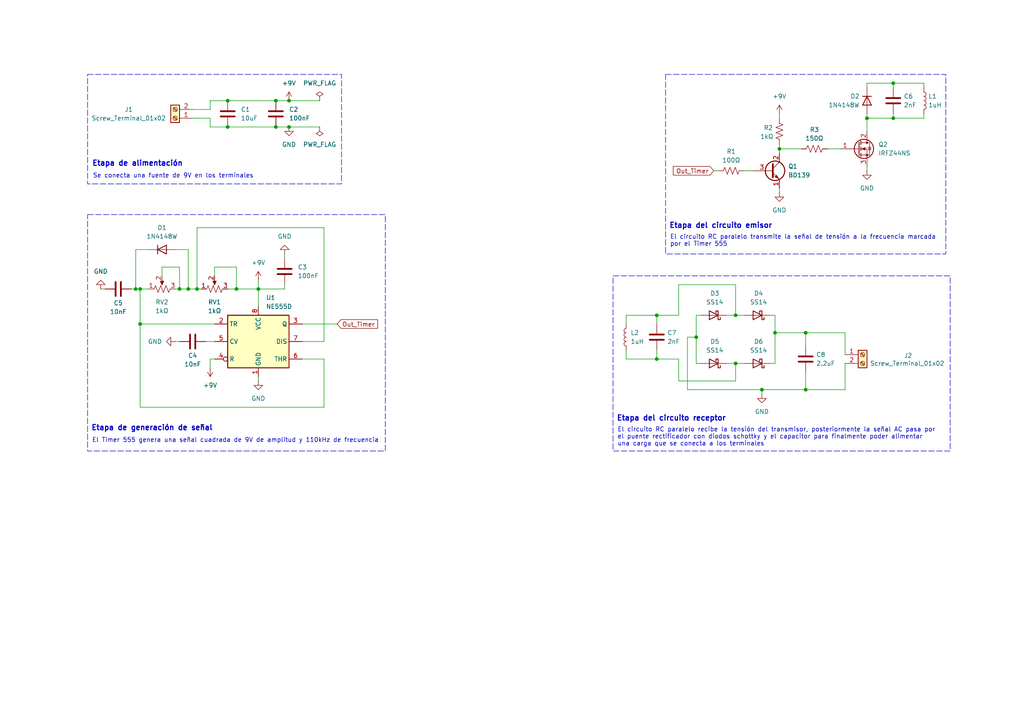
<source format=kicad_sch>
(kicad_sch (version 20231120) (generator "eeschema") (generator_version "8.0")
  (paper "A4")
  (title_block (title "Transmisor Inalámbrico de Energía") (date "2025-11-05") (rev "1.0") (company "Anthony Calvo García y Rodrigo Madrigal Montes") (comment 1 "Diseñado por:"))
  (lib_symbols
    (symbol "Connector:Screw_Terminal_01x02" (pin_names (offset 1.016) hide)
      (property "Reference" "J" (at 0 2.54 0))
      (property "Value" "Screw_Terminal_01x02" (at 0 -5.08 0))
      (symbol "Screw_Terminal_01x02_1_1"
        (rectangle (start -1.27 1.27) (end 1.27 -3.81) (stroke (width 0.254)) (fill (type background)))
        (circle (center 0 -2.54) (radius 0.635) (stroke (width 0.1524)))
        (polyline (pts (xy -0.5334 -2.2098) (xy 0.3302 -3.048)) (stroke (width 0.1524)))
        (polyline (pts (xy -0.5334 0.3302) (xy 0.3302 -0.508)) (stroke (width 0.1524)))
        (polyline (pts (xy -0.3556 -2.032) (xy 0.508 -2.8702)) (stroke (width 0.1524)))
        (polyline (pts (xy -0.3556 0.508) (xy 0.508 -0.3302)) (stroke (width 0.1524)))
        (circle (center 0 0) (radius 0.635) (stroke (width 0.1524)))
        (pin passive line (at -5.08 0 0) (length 3.81) (name "Pin_1") (number "1"))
        (pin passive line (at -5.08 -2.54 0) (length 3.81) (name "Pin_2") (number "2"))
      )
    )
    (symbol "Device:C" (pin_numbers hide) (pin_names (offset 0.254))
      (property "Reference" "C" (at 0.635 2.54 0))
      (property "Value" "C" (at 0.635 -2.54 0))
      (symbol "C_0_1"
        (polyline (pts (xy -2.032 -0.762) (xy 2.032 -0.762)) (stroke (width 0.508)))
        (polyline (pts (xy -2.032 0.762) (xy 2.032 0.762)) (stroke (width 0.508)))
      )
      (symbol "C_1_1"
        (pin passive line (at 0 3.81 270) (length 2.794) (name "~") (number "1"))
        (pin passive line (at 0 -3.81 90) (length 2.794) (name "~") (number "2"))
      )
    )
    (symbol "Device:L" (pin_numbers hide) (pin_names (offset 1.016) hide)
      (property "Reference" "L" (at -1.27 0 90))
      (property "Value" "L" (at 1.905 0 90))
      (symbol "L_0_1"
        (arc (start 0 -2.54) (mid 0.6323 -1.905) (end 0 -1.27))
        (arc (start 0 -1.27) (mid 0.6323 -0.635) (end 0 0))
        (arc (start 0 0) (mid 0.6323 0.635) (end 0 1.27))
        (arc (start 0 1.27) (mid 0.6323 1.905) (end 0 2.54))
      )
      (symbol "L_1_1"
        (pin passive line (at 0 3.81 270) (length 1.27) (name "1") (number "1"))
        (pin passive line (at 0 -3.81 90) (length 1.27) (name "2") (number "2"))
      )
    )
    (symbol "Device:Q_NMOS_GDS" (pin_names (offset 0) hide)
      (property "Reference" "Q" (at 5.08 1.27 0))
      (property "Value" "Q_NMOS_GDS" (at 5.08 -1.27 0))
      (symbol "Q_NMOS_GDS_0_1"
        (polyline (pts (xy 0.254 0) (xy -2.54 0)))
        (polyline (pts (xy 0.254 1.905) (xy 0.254 -1.905)) (stroke (width 0.254)))
        (polyline (pts (xy 0.762 -1.27) (xy 0.762 -2.286)) (stroke (width 0.254)))
        (polyline (pts (xy 0.762 0.508) (xy 0.762 -0.508)) (stroke (width 0.254)))
        (polyline (pts (xy 0.762 2.286) (xy 0.762 1.27)) (stroke (width 0.254)))
        (polyline (pts (xy 2.54 2.54) (xy 2.54 1.778)))
        (polyline (pts (xy 2.54 -2.54) (xy 2.54 0) (xy 0.762 0)))
        (polyline (pts (xy 0.762 -1.778) (xy 3.302 -1.778) (xy 3.302 1.778) (xy 0.762 1.778)))
        (polyline (pts (xy 1.016 0) (xy 2.032 0.381) (xy 2.032 -0.381) (xy 1.016 0)) (fill (type outline)))
        (polyline (pts (xy 2.794 0.508) (xy 2.921 0.381) (xy 3.683 0.381) (xy 3.81 0.254)))
        (polyline (pts (xy 3.302 0.381) (xy 2.921 -0.254) (xy 3.683 -0.254) (xy 3.302 0.381)))
        (circle (center 1.651 0) (radius 2.794) (stroke (width 0.254)))
        (circle (center 2.54 -1.778) (radius 0.254) (fill (type outline)))
        (circle (center 2.54 1.778) (radius 0.254) (fill (type outline)))
      )
      (symbol "Q_NMOS_GDS_1_1"
        (pin input line (at -5.08 0 0) (length 2.54) (name "G") (number "1"))
        (pin passive line (at 2.54 5.08 270) (length 2.54) (name "D") (number "2"))
        (pin passive line (at 2.54 -5.08 90) (length 2.54) (name "S") (number "3"))
      )
    )
    (symbol "Device:R_Potentiometer_US" (pin_names (offset 1.016) hide)
      (property "Reference" "RV" (at -4.445 0 90))
      (property "Value" "R_Potentiometer_US" (at -2.54 0 90))
      (symbol "R_Potentiometer_US_0_1"
        (polyline (pts (xy 0 -2.286) (xy 0 -2.54)))
        (polyline (pts (xy 0 2.54) (xy 0 2.286)))
        (polyline (pts (xy 2.54 0) (xy 1.524 0)))
        (polyline (pts (xy 1.143 0) (xy 2.286 0.508) (xy 2.286 -0.508) (xy 1.143 0)) (fill (type outline)))
        (polyline (pts (xy 0 -0.762) (xy 1.016 -1.143) (xy 0 -1.524) (xy -1.016 -1.905) (xy 0 -2.286)))
        (polyline (pts (xy 0 0.762) (xy 1.016 0.381) (xy 0 0) (xy -1.016 -0.381) (xy 0 -0.762)))
        (polyline (pts (xy 0 2.286) (xy 1.016 1.905) (xy 0 1.524) (xy -1.016 1.143) (xy 0 0.762)))
      )
      (symbol "R_Potentiometer_US_1_1"
        (pin passive line (at 0 3.81 270) (length 1.27) (name "1") (number "1"))
        (pin passive line (at 3.81 0 180) (length 1.27) (name "2") (number "2"))
        (pin passive line (at 0 -3.81 90) (length 1.27) (name "3") (number "3"))
      )
    )
    (symbol "Device:R_US" (pin_numbers hide) (pin_names (offset 0))
      (property "Reference" "R" (at 2.54 0 90))
      (property "Value" "R_US" (at -2.54 0 90))
      (symbol "R_US_0_1"
        (polyline (pts (xy 0 -2.286) (xy 0 -2.54)))
        (polyline (pts (xy 0 2.286) (xy 0 2.54)))
        (polyline (pts (xy 0 -0.762) (xy 1.016 -1.143) (xy 0 -1.524) (xy -1.016 -1.905) (xy 0 -2.286)))
        (polyline (pts (xy 0 0.762) (xy 1.016 0.381) (xy 0 0) (xy -1.016 -0.381) (xy 0 -0.762)))
        (polyline (pts (xy 0 2.286) (xy 1.016 1.905) (xy 0 1.524) (xy -1.016 1.143) (xy 0 0.762)))
      )
      (symbol "R_US_1_1"
        (pin passive line (at 0 3.81 270) (length 1.27) (name "~") (number "1"))
        (pin passive line (at 0 -3.81 90) (length 1.27) (name "~") (number "2"))
      )
    )
    (symbol "Diode:1N4148W" (pin_numbers hide) (pin_names hide)
      (property "Reference" "D" (at 0 2.54 0))
      (property "Value" "1N4148W" (at 0 -2.54 0))
      (symbol "1N4148W_0_1"
        (polyline (pts (xy -1.27 1.27) (xy -1.27 -1.27)) (stroke (width 0.254)))
        (polyline (pts (xy 1.27 0) (xy -1.27 0)))
        (polyline (pts (xy 1.27 1.27) (xy 1.27 -1.27) (xy -1.27 0) (xy 1.27 1.27)) (stroke (width 0.254)))
      )
      (symbol "1N4148W_1_1"
        (pin passive line (at -3.81 0 0) (length 2.54) (name "K") (number "1"))
        (pin passive line (at 3.81 0 180) (length 2.54) (name "A") (number "2"))
      )
    )
    (symbol "Diode:SS14" (pin_numbers hide) (pin_names (offset 1.016) hide)
      (property "Reference" "D" (at 0 2.54 0))
      (property "Value" "SS14" (at 0 -2.54 0))
      (symbol "SS14_0_1"
        (polyline (pts (xy 1.27 0) (xy -1.27 0)))
        (polyline (pts (xy 1.27 1.27) (xy 1.27 -1.27) (xy -1.27 0) (xy 1.27 1.27)) (stroke (width 0.254)))
        (polyline (pts (xy -1.905 0.635) (xy -1.905 1.27) (xy -1.27 1.27) (xy -1.27 -1.27) (xy -0.635 -1.27) (xy -0.635 -0.635)) (stroke (width 0.254)))
      )
      (symbol "SS14_1_1"
        (pin passive line (at -3.81 0 0) (length 2.54) (name "K") (number "1"))
        (pin passive line (at 3.81 0 180) (length 2.54) (name "A") (number "2"))
      )
    )
    (symbol "Timer:NE555D"
      (property "Reference" "U" (at -10.16 8.89 0))
      (property "Value" "NE555D" (at 2.54 8.89 0))
      (symbol "NE555D_0_0"
        (pin power_in line (at 0 -10.16 90) (length 2.54) (name "GND") (number "1"))
        (pin power_in line (at 0 10.16 270) (length 2.54) (name "VCC") (number "8"))
      )
      (symbol "NE555D_0_1"
        (rectangle (start -8.89 -7.62) (end 8.89 7.62) (stroke (width 0.254)) (fill (type background)))
        (rectangle (start -8.89 -7.62) (end 8.89 7.62) (stroke (width 0.254)) (fill (type background)))
      )
      (symbol "NE555D_1_1"
        (pin input line (at -12.7 5.08 0) (length 3.81) (name "TR") (number "2"))
        (pin output line (at 12.7 5.08 180) (length 3.81) (name "Q") (number "3"))
        (pin input inverted (at -12.7 -5.08 0) (length 3.81) (name "R") (number "4"))
        (pin input line (at -12.7 0 0) (length 3.81) (name "CV") (number "5"))
        (pin input line (at 12.7 -5.08 180) (length 3.81) (name "THR") (number "6"))
        (pin input line (at 12.7 0 180) (length 3.81) (name "DIS") (number "7"))
      )
    )
    (symbol "Transistor_BJT:BD139" (pin_names (offset 0) hide)
      (property "Reference" "Q" (at 5.08 1.905 0))
      (property "Value" "BD139" (at 5.08 0 0))
      (symbol "BD139_0_1"
        (polyline (pts (xy 0 0) (xy 0.635 0)))
        (polyline (pts (xy 2.54 -2.54) (xy 0.635 -0.635)))
        (polyline (pts (xy 2.54 2.54) (xy 0.635 0.635)))
        (polyline (pts (xy 0.635 1.905) (xy 0.635 -1.905) (xy 0.635 -1.905)) (stroke (width 0.508)) (fill (type outline)))
        (polyline (pts (xy 1.2446 -1.778) (xy 1.7526 -1.27) (xy 2.286 -2.286) (xy 1.2446 -1.778) (xy 1.2446 -1.778)) (fill (type outline)))
        (circle (center 1.27 0) (radius 2.8194) (stroke (width 0.3048)))
      )
      (symbol "BD139_1_1"
        (pin passive line (at 2.54 -5.08 90) (length 2.54) (name "E") (number "1"))
        (pin passive line (at 2.54 5.08 270) (length 2.54) (name "C") (number "2"))
        (pin input line (at -5.08 0 0) (length 5.08) (name "B") (number "3"))
      )
    )
    (symbol "power:+9V" (power) (pin_numbers hide) (pin_names (offset 0) hide)
      (property "Value" "+9V" (at 0 3.556 0))
      (symbol "+9V_0_1"
        (polyline (pts (xy -0.762 1.27) (xy 0 2.54)))
        (polyline (pts (xy 0 0) (xy 0 2.54)))
        (polyline (pts (xy 0 2.54) (xy 0.762 1.27)))
      )
      (symbol "+9V_1_1"
        (pin power_in line (at 0 0 90) (length 0) (name "~") (number "1"))
      )
    )
    (symbol "power:GND" (power) (pin_numbers hide) (pin_names (offset 0) hide)
      (property "Value" "GND" (at 0 -3.81 0))
      (symbol "GND_0_1"
        (polyline (pts (xy 0 0) (xy 0 -1.27) (xy 1.27 -1.27) (xy 0 -2.54) (xy -1.27 -1.27) (xy 0 -1.27)))
      )
      (symbol "GND_1_1"
        (pin power_in line (at 0 0 270) (length 0) (name "~") (number "1"))
      )
    )
    (symbol "power:PWR_FLAG" (power) (pin_numbers hide) (pin_names (offset 0) hide)
      (property "Value" "PWR_FLAG" (at 0 3.81 0))
      (symbol "PWR_FLAG_0_0"
        (pin power_out line (at 0 0 90) (length 0) (name "~") (number "1"))
      )
      (symbol "PWR_FLAG_0_1"
        (polyline (pts (xy 0 0) (xy 0 1.27) (xy -1.016 1.905) (xy 0 2.54) (xy 1.016 1.905) (xy 0 1.27)))
      )
    )
  )
  (junction (at 68.58 83.82))
  (junction (at 251.46 34.29))
  (junction (at 213.36 105.41))
  (junction (at 39.37 83.82))
  (junction (at 57.15 83.82))
  (junction (at 213.36 91.44))
  (junction (at 201.93 97.79))
  (junction (at 259.08 34.29))
  (junction (at 226.06 43.18))
  (junction (at 66.04 36.83))
  (junction (at 54.61 83.82))
  (junction (at 83.82 29.21))
  (junction (at 233.68 113.03))
  (junction (at 224.79 96.52))
  (junction (at 40.64 83.82))
  (junction (at 220.98 113.03))
  (junction (at 190.5 104.14))
  (junction (at 52.07 83.82))
  (junction (at 259.08 24.13))
  (junction (at 80.01 29.21))
  (junction (at 80.01 36.83))
  (junction (at 83.82 36.83))
  (junction (at 233.68 96.52))
  (junction (at 66.04 29.21))
  (junction (at 74.93 83.82))
  (junction (at 40.64 93.98))
  (junction (at 190.5 91.44))
  (wire (pts (xy 50.8 83.82) (xy 52.07 83.82)))
  (wire (pts (xy 66.04 29.21) (xy 80.01 29.21)))
  (wire (pts (xy 40.64 83.82) (xy 40.64 93.98)))
  (wire (pts (xy 224.79 96.52) (xy 224.79 105.41)))
  (wire (pts (xy 52.07 77.47) (xy 52.07 83.82)))
  (wire (pts (xy 181.61 93.98) (xy 181.61 91.44)))
  (wire (pts (xy 66.04 83.82) (xy 68.58 83.82)))
  (wire (pts (xy 38.1 83.82) (xy 39.37 83.82)))
  (wire (pts (xy 74.93 83.82) (xy 82.55 83.82)))
  (wire (pts (xy 233.68 100.33) (xy 233.68 96.52)))
  (wire (pts (xy 46.99 77.47) (xy 52.07 77.47)))
  (wire (pts (xy 196.85 91.44) (xy 196.85 82.55)))
  (wire (pts (xy 259.08 33.02) (xy 259.08 34.29)))
  (wire (pts (xy 46.99 80.01) (xy 46.99 77.47)))
  (wire (pts (xy 83.82 29.21) (xy 92.71 29.21)))
  (wire (pts (xy 190.5 101.6) (xy 190.5 104.14)))
  (wire (pts (xy 199.39 113.03) (xy 199.39 97.79)))
  (wire (pts (xy 57.15 66.04) (xy 57.15 83.82)))
  (wire (pts (xy 226.06 54.61) (xy 226.06 55.88)))
  (wire (pts (xy 40.64 118.11) (xy 40.64 93.98)))
  (wire (pts (xy 68.58 77.47) (xy 68.58 83.82)))
  (wire (pts (xy 226.06 41.91) (xy 226.06 43.18)))
  (wire (pts (xy 199.39 97.79) (xy 201.93 97.79)))
  (wire (pts (xy 223.52 91.44) (xy 224.79 91.44)))
  (wire (pts (xy 267.97 33.02) (xy 267.97 34.29)))
  (wire (pts (xy 233.68 107.95) (xy 233.68 113.03)))
  (wire (pts (xy 62.23 80.01) (xy 62.23 77.47)))
  (wire (pts (xy 210.82 105.41) (xy 213.36 105.41)))
  (wire (pts (xy 60.96 29.21) (xy 66.04 29.21)))
  (wire (pts (xy 87.63 93.98) (xy 97.79 93.98)))
  (wire (pts (xy 233.68 113.03) (xy 245.11 113.03)))
  (wire (pts (xy 220.98 113.03) (xy 220.98 114.3)))
  (wire (pts (xy 196.85 104.14) (xy 196.85 110.49)))
  (wire (pts (xy 60.96 104.14) (xy 62.23 104.14)))
  (wire (pts (xy 224.79 96.52) (xy 233.68 96.52)))
  (wire (pts (xy 213.36 105.41) (xy 215.9 105.41)))
  (wire (pts (xy 267.97 24.13) (xy 267.97 25.4)))
  (wire (pts (xy 213.36 110.49) (xy 213.36 105.41)))
  (wire (pts (xy 60.96 34.29) (xy 60.96 36.83)))
  (wire (pts (xy 181.61 101.6) (xy 181.61 104.14)))
  (wire (pts (xy 93.98 99.06) (xy 93.98 66.04)))
  (wire (pts (xy 240.03 43.18) (xy 243.84 43.18)))
  (wire (pts (xy 54.61 72.39) (xy 54.61 83.82)))
  (wire (pts (xy 62.23 77.47) (xy 68.58 77.47)))
  (wire (pts (xy 50.8 72.39) (xy 54.61 72.39)))
  (wire (pts (xy 210.82 91.44) (xy 213.36 91.44)))
  (wire (pts (xy 201.93 97.79) (xy 201.93 105.41)))
  (wire (pts (xy 251.46 24.13) (xy 259.08 24.13)))
  (wire (pts (xy 251.46 48.26) (xy 251.46 49.53)))
  (wire (pts (xy 226.06 43.18) (xy 226.06 44.45)))
  (wire (pts (xy 226.06 43.18) (xy 232.41 43.18)))
  (wire (pts (xy 60.96 36.83) (xy 66.04 36.83)))
  (wire (pts (xy 74.93 83.82) (xy 74.93 88.9)))
  (wire (pts (xy 245.11 102.87) (xy 245.11 96.52)))
  (wire (pts (xy 190.5 104.14) (xy 181.61 104.14)))
  (wire (pts (xy 93.98 118.11) (xy 40.64 118.11)))
  (wire (pts (xy 40.64 83.82) (xy 43.18 83.82)))
  (wire (pts (xy 201.93 91.44) (xy 201.93 97.79)))
  (wire (pts (xy 201.93 105.41) (xy 203.2 105.41)))
  (wire (pts (xy 74.93 81.28) (xy 74.93 83.82)))
  (wire (pts (xy 68.58 83.82) (xy 74.93 83.82)))
  (wire (pts (xy 203.2 91.44) (xy 201.93 91.44)))
  (wire (pts (xy 82.55 73.66) (xy 82.55 74.93)))
  (wire (pts (xy 259.08 34.29) (xy 267.97 34.29)))
  (wire (pts (xy 29.21 83.82) (xy 30.48 83.82)))
  (wire (pts (xy 87.63 99.06) (xy 93.98 99.06)))
  (wire (pts (xy 39.37 83.82) (xy 40.64 83.82)))
  (wire (pts (xy 181.61 91.44) (xy 190.5 91.44)))
  (wire (pts (xy 207.01 49.53) (xy 208.28 49.53)))
  (wire (pts (xy 87.63 104.14) (xy 93.98 104.14)))
  (wire (pts (xy 251.46 33.02) (xy 251.46 34.29)))
  (wire (pts (xy 215.9 49.53) (xy 218.44 49.53)))
  (wire (pts (xy 196.85 82.55) (xy 213.36 82.55)))
  (wire (pts (xy 251.46 34.29) (xy 259.08 34.29)))
  (wire (pts (xy 190.5 91.44) (xy 196.85 91.44)))
  (wire (pts (xy 226.06 33.02) (xy 226.06 34.29)))
  (wire (pts (xy 66.04 36.83) (xy 80.01 36.83)))
  (wire (pts (xy 223.52 105.41) (xy 224.79 105.41)))
  (wire (pts (xy 233.68 96.52) (xy 245.11 96.52)))
  (wire (pts (xy 199.39 113.03) (xy 220.98 113.03)))
  (wire (pts (xy 190.5 91.44) (xy 190.5 93.98)))
  (wire (pts (xy 57.15 83.82) (xy 58.42 83.82)))
  (wire (pts (xy 213.36 91.44) (xy 215.9 91.44)))
  (wire (pts (xy 251.46 34.29) (xy 251.46 38.1)))
  (wire (pts (xy 82.55 82.55) (xy 82.55 83.82)))
  (wire (pts (xy 80.01 36.83) (xy 83.82 36.83)))
  (wire (pts (xy 93.98 104.14) (xy 93.98 118.11)))
  (wire (pts (xy 43.18 72.39) (xy 39.37 72.39)))
  (wire (pts (xy 55.88 34.29) (xy 60.96 34.29)))
  (wire (pts (xy 259.08 24.13) (xy 259.08 25.4)))
  (wire (pts (xy 60.96 31.75) (xy 60.96 29.21)))
  (wire (pts (xy 213.36 82.55) (xy 213.36 91.44)))
  (wire (pts (xy 50.8 99.06) (xy 52.07 99.06)))
  (wire (pts (xy 93.98 66.04) (xy 57.15 66.04)))
  (wire (pts (xy 233.68 113.03) (xy 220.98 113.03)))
  (wire (pts (xy 83.82 36.83) (xy 92.71 36.83)))
  (wire (pts (xy 80.01 29.21) (xy 83.82 29.21)))
  (wire (pts (xy 39.37 72.39) (xy 39.37 83.82)))
  (wire (pts (xy 54.61 83.82) (xy 57.15 83.82)))
  (wire (pts (xy 55.88 31.75) (xy 60.96 31.75)))
  (wire (pts (xy 190.5 104.14) (xy 196.85 104.14)))
  (wire (pts (xy 59.69 99.06) (xy 62.23 99.06)))
  (wire (pts (xy 251.46 25.4) (xy 251.46 24.13)))
  (wire (pts (xy 245.11 105.41) (xy 245.11 113.03)))
  (wire (pts (xy 224.79 91.44) (xy 224.79 96.52)))
  (wire (pts (xy 259.08 24.13) (xy 267.97 24.13)))
  (wire (pts (xy 74.93 109.22) (xy 74.93 110.49)))
  (wire (pts (xy 60.96 106.68) (xy 60.96 104.14)))
  (wire (pts (xy 52.07 83.82) (xy 54.61 83.82)))
  (wire (pts (xy 196.85 110.49) (xy 213.36 110.49)))
  (wire (pts (xy 40.64 93.98) (xy 62.23 93.98)))
  (rectangle (start 25.4 62.23) (end 111.76 130.81) (stroke (width 0) (type dash)))
  (rectangle (start 25.4 21.59) (end 99.06 53.34) (stroke (width 0) (type dash)))
  (rectangle (start 193.04 21.59) (end 274.32 73.66) (stroke (width 0) (type dash)))
  (rectangle (start 177.8 80.01) (end 275.59 130.81) (stroke (width 0) (type dash)))
  (text "El Timer 555 genera una señal cuadrada de 9V de amplitud y 110kHz de frecuencia" (at 26.67 127.762 0) (effects (font (size 1.27 1.27) (thickness 0.1588)) (justify left)))
  (text "Etapa de generación de señal" (at 26.416 124.206 0) (effects (font (size 1.524 1.524) (thickness 0.3048) (bold yes)) (justify left)))
  (text "Etapa del circuito emisor" (at 194.056 65.532 0) (effects (font (size 1.524 1.524) (thickness 0.3048) (bold yes)) (justify left)))
  (text "Etapa de alimentación" (at 26.67 47.498 0) (effects (font (size 1.524 1.524) (thickness 0.3048) (bold yes)) (justify left)))
  (text "El circuito RC paralelo recibe la tensión del transmisor, posteriormente la señal AC pasa por\nel puente rectificador con diodos schottky y el capacitor para finalmente poder alimentar \nuna carga que se conecta a los terminales" (at 179.07 126.746 0) (effects (font (size 1.27 1.27) (thickness 0.1588)) (justify left)))
  (text "El circuito RC paralelo transmite la señal de tensión a la frecuencia marcada\npor el Timer 555" (at 194.31 69.85 0) (effects (font (size 1.27 1.27) (thickness 0.1588)) (justify left)))
  (text "Se conecta una fuente de 9V en los terminales" (at 26.924 51.054 0) (effects (font (size 1.27 1.27) (thickness 0.1588)) (justify left)))
  (text "Etapa del circuito receptor" (at 178.816 121.412 0) (effects (font (size 1.524 1.524) (thickness 0.3048) (bold yes)) (justify left)))
  (global_label "Out_Timer" (shape input) (at 207.01 49.53 180) (property "Intersheetrefs" "${INTERSHEET_REFS}" (effects (hide yes))))
  (global_label "Out_Timer" (shape input) (at 97.79 93.98 0) (property "Intersheetrefs" "${INTERSHEET_REFS}" (effects (hide yes))))
  (symbol (lib_id "Device:R_Potentiometer_US") (at 62.23 83.82 90) (unit 1)
    (property "Reference" "RV1" (at 62.23 87.63 90))
    (property "Value" "1kΩ" (at 62.23 90.17 90))
    (property "Footprint" "Potentiometer_THT:Potentiometer_Bourns_3296W_Vertical" (effects (hide yes)))
    (property "Description" "Potentiometer, US symbol" (effects (hide yes)))
  )
  (symbol (lib_id "Device:L") (at 267.97 29.21 0) (unit 1)
    (property "Reference" "L1" (at 269.24 27.9399 0) (effects (justify left)))
    (property "Value" "1uH" (at 269.24 30.4799 0) (effects (justify left)))
    (property "Description" "Inductor" (effects (hide yes)))
  )
  (symbol (lib_id "power:GND") (at 50.8 99.06 270) (unit 1)
    (property "Reference" "#PWR06" (effects (hide yes)))
    (property "Value" "GND" (at 46.99 99.0599 90) (effects (justify right)))
    (property "Description" "Power symbol creates a global label with name \"GND\" , ground" (effects (hide yes)))
  )
  (symbol (lib_id "Device:Q_NMOS_GDS") (at 248.92 43.18 0) (unit 1)
    (property "Reference" "Q2" (at 254.762 41.91 0) (effects (justify left)))
    (property "Value" "IRFZ44NS" (at 254.762 44.45 0) (effects (justify left)))
    (property "Footprint" "Package_TO_SOT_SMD:TO-263-2" (effects (hide yes)))
    (property "Description" "N-MOSFET transistor, gate/drain/source" (effects (hide yes)))
  )
  (symbol (lib_id "Device:C") (at 66.04 33.02 0) (unit 1)
    (property "Reference" "C1" (at 69.85 31.7499 0) (effects (justify left)))
    (property "Value" "10uF" (at 69.85 34.2899 0) (effects (justify left)))
    (property "Footprint" "Capacitor_SMD:C_1206_3216Metric" (effects (hide yes)))
    (property "Description" "Unpolarized capacitor" (effects (hide yes)))
  )
  (symbol (lib_id "power:GND") (at 29.21 83.82 180) (unit 1)
    (property "Reference" "#PWR08" (effects (hide yes)))
    (property "Value" "GND" (at 29.21 78.74 0))
    (property "Description" "Power symbol creates a global label with name \"GND\" , ground" (effects (hide yes)))
  )
  (symbol (lib_id "Device:R_Potentiometer_US") (at 46.99 83.82 90) (unit 1)
    (property "Reference" "RV2" (at 46.99 87.63 90))
    (property "Value" "1kΩ" (at 46.99 90.17 90))
    (property "Footprint" "Potentiometer_THT:Potentiometer_Bourns_3296W_Vertical" (effects (hide yes)))
    (property "Description" "Potentiometer, US symbol" (effects (hide yes)))
  )
  (symbol (lib_id "power:GND") (at 220.98 114.3 0) (unit 1)
    (property "Reference" "#PWR012" (effects (hide yes)))
    (property "Value" "GND" (at 220.98 119.38 0))
    (property "Description" "Power symbol creates a global label with name \"GND\" , ground" (effects (hide yes)))
  )
  (symbol (lib_id "power:GND") (at 83.82 36.83 0) (unit 1)
    (property "Reference" "#PWR02" (effects (hide yes)))
    (property "Value" "GND" (at 83.82 41.91 0))
    (property "Description" "Power symbol creates a global label with name \"GND\" , ground" (effects (hide yes)))
  )
  (symbol (lib_id "Diode:1N4148W") (at 46.99 72.39 0) (unit 1)
    (property "Reference" "D1" (at 46.99 66.04 0))
    (property "Value" "1N4148W" (at 46.99 68.58 0))
    (property "Footprint" "Diode_SMD:D_SOD-123" (effects (hide yes)))
    (property "Datasheet" "https://www.vishay.com/docs/85748/1n4148w.pdf" (effects (hide yes)))
    (property "Description" "75V 0.15A Fast Switching Diode, SOD-123" (effects (hide yes)))
    (property "Sim.Device" "D" (effects (hide yes)))
    (property "Sim.Pins" "1=K 2=A" (effects (hide yes)))
  )
  (symbol (lib_id "power:+9V") (at 60.96 106.68 180) (unit 1)
    (property "Reference" "#PWR05" (effects (hide yes)))
    (property "Value" "+9V" (at 60.96 111.76 0))
    (property "Description" "Power symbol creates a global label with name \"+9V\"" (effects (hide yes)))
  )
  (symbol (lib_id "Device:C") (at 259.08 29.21 0) (unit 1)
    (property "Reference" "C6" (at 262.128 27.94 0) (effects (justify left)))
    (property "Value" "2nF" (at 262.128 30.48 0) (effects (justify left)))
    (property "Footprint" "Capacitor_SMD:C_1206_3216Metric" (effects (hide yes)))
    (property "Description" "Unpolarized capacitor" (effects (hide yes)))
  )
  (symbol (lib_id "power:GND") (at 74.93 110.49 0) (unit 1)
    (property "Reference" "#PWR07" (effects (hide yes)))
    (property "Value" "GND" (at 74.93 115.57 0))
    (property "Description" "Power symbol creates a global label with name \"GND\" , ground" (effects (hide yes)))
  )
  (symbol (lib_id "power:+9V") (at 226.06 33.02 0) (unit 1)
    (property "Reference" "#PWR010" (effects (hide yes)))
    (property "Value" "+9V" (at 226.06 27.94 0))
    (property "Description" "Power symbol creates a global label with name \"+9V\"" (effects (hide yes)))
  )
  (symbol (lib_id "power:+9V") (at 74.93 81.28 0) (unit 1)
    (property "Reference" "#PWR03" (effects (hide yes)))
    (property "Value" "+9V" (at 74.93 76.2 0))
    (property "Description" "Power symbol creates a global label with name \"+9V\"" (effects (hide yes)))
  )
  (symbol (lib_id "Diode:SS14") (at 219.71 91.44 180) (unit 1)
    (property "Reference" "D4" (at 220.0275 85.09 0))
    (property "Value" "SS14" (at 220.0275 87.63 0))
    (property "Footprint" "Diode_SMD:D_SMA" (effects (hide yes)))
    (property "Datasheet" "https://www.vishay.com/docs/88746/ss12.pdf" (effects (hide yes)))
    (property "Description" "40V 1A Schottky Diode, SMA" (effects (hide yes)))
  )
  (symbol (lib_id "power:GND") (at 82.55 73.66 180) (unit 1)
    (property "Reference" "#PWR04" (effects (hide yes)))
    (property "Value" "GND" (at 82.55 68.58 0))
    (property "Description" "Power symbol creates a global label with name \"GND\" , ground" (effects (hide yes)))
  )
  (symbol (lib_id "power:+9V") (at 83.82 29.21 0) (unit 1)
    (property "Reference" "#PWR01" (effects (hide yes)))
    (property "Value" "+9V" (at 83.82 24.13 0))
    (property "Description" "Power symbol creates a global label with name \"+9V\"" (effects (hide yes)))
  )
  (symbol (lib_id "Diode:1N4148W") (at 251.46 29.21 270) (unit 1)
    (property "Reference" "D2" (at 246.634 27.94 90) (effects (justify left)))
    (property "Value" "1N4148W" (at 240.284 30.48 90) (effects (justify left)))
    (property "Footprint" "Diode_SMD:D_SOD-123" (effects (hide yes)))
    (property "Datasheet" "https://www.vishay.com/docs/85748/1n4148w.pdf" (effects (hide yes)))
    (property "Description" "75V 0.15A Fast Switching Diode, SOD-123" (effects (hide yes)))
    (property "Sim.Device" "D" (effects (hide yes)))
    (property "Sim.Pins" "1=K 2=A" (effects (hide yes)))
  )
  (symbol (lib_id "Device:R_US") (at 212.09 49.53 90) (unit 1)
    (property "Reference" "R1" (at 212.09 43.942 90))
    (property "Value" "100Ω" (at 212.09 46.482 90))
    (property "Footprint" "Resistor_SMD:R_1206_3216Metric" (effects (hide yes)))
    (property "Description" "Resistor, US symbol" (effects (hide yes)))
  )
  (symbol (lib_id "Device:C") (at 190.5 97.79 0) (unit 1)
    (property "Reference" "C7" (at 193.548 96.52 0) (effects (justify left)))
    (property "Value" "2nF" (at 193.548 99.06 0) (effects (justify left)))
    (property "Footprint" "Capacitor_SMD:C_1206_3216Metric" (effects (hide yes)))
    (property "Description" "Unpolarized capacitor" (effects (hide yes)))
  )
  (symbol (lib_id "Diode:SS14") (at 207.01 91.44 180) (unit 1)
    (property "Reference" "D3" (at 207.3275 85.09 0))
    (property "Value" "SS14" (at 207.3275 87.63 0))
    (property "Footprint" "Diode_SMD:D_SMA" (effects (hide yes)))
    (property "Datasheet" "https://www.vishay.com/docs/88746/ss12.pdf" (effects (hide yes)))
    (property "Description" "40V 1A Schottky Diode, SMA" (effects (hide yes)))
  )
  (symbol (lib_id "Timer:NE555D") (at 74.93 99.06 0) (unit 1)
    (property "Reference" "U1" (at 77.1241 86.36 0) (effects (justify left)))
    (property "Value" "NE555D" (at 77.1241 88.9 0) (effects (justify left)))
    (property "Footprint" "Package_SO:SOIC-8_3.9x4.9mm_P1.27mm" (effects (hide yes)))
    (property "Datasheet" "http://www.ti.com/lit/ds/symlink/ne555.pdf" (effects (hide yes)))
    (property "Description" "Precision Timers, 555 compatible, SOIC-8" (effects (hide yes)))
  )
  (symbol (lib_id "Device:R_US") (at 236.22 43.18 90) (unit 1)
    (property "Reference" "R3" (at 236.22 37.592 90))
    (property "Value" "150Ω" (at 236.22 40.132 90))
    (property "Footprint" "Resistor_SMD:R_1206_3216Metric" (effects (hide yes)))
    (property "Description" "Resistor, US symbol" (effects (hide yes)))
  )
  (symbol (lib_id "Device:L") (at 181.61 97.79 180) (unit 1)
    (property "Reference" "L2" (at 182.88 96.5199 0) (effects (justify right)))
    (property "Value" "1uH" (at 182.88 99.0599 0) (effects (justify right)))
    (property "Description" "Inductor" (effects (hide yes)))
  )
  (symbol (lib_id "Device:R_US") (at 226.06 38.1 180) (unit 1)
    (property "Reference" "R2" (at 221.488 37.084 0) (effects (justify right)))
    (property "Value" "1kΩ" (at 220.472 39.624 0) (effects (justify right)))
    (property "Footprint" "Resistor_SMD:R_1206_3216Metric" (effects (hide yes)))
    (property "Description" "Resistor, US symbol" (effects (hide yes)))
  )
  (symbol (lib_id "Connector:Screw_Terminal_01x02") (at 50.8 34.29 180) (unit 1)
    (property "Reference" "J1" (at 37.338 31.75 0))
    (property "Value" "Screw_Terminal_01x02" (at 37.338 34.29 0))
    (property "Footprint" "TerminalBlock:TerminalBlock_bornier-2_P5.08mm" (effects (hide yes)))
    (property "Description" "Generic screw terminal, single row, 01x02, script generated (kicad-library-utils/schlib/autogen/connector/)" (effects (hide yes)))
  )
  (symbol (lib_id "Connector:Screw_Terminal_01x02") (at 250.19 102.87 0) (unit 1)
    (property "Reference" "J2" (at 263.398 103.124 0))
    (property "Value" "Screw_Terminal_01x02" (at 263.144 105.41 0))
    (property "Footprint" "TerminalBlock:TerminalBlock_bornier-2_P5.08mm" (effects (hide yes)))
    (property "Description" "Generic screw terminal, single row, 01x02, script generated (kicad-library-utils/schlib/autogen/connector/)" (effects (hide yes)))
  )
  (symbol (lib_id "Device:C") (at 34.29 83.82 90) (unit 1)
    (property "Reference" "C5" (at 34.29 87.884 90))
    (property "Value" "10nF" (at 34.29 90.424 90))
    (property "Footprint" "Capacitor_SMD:C_1206_3216Metric" (effects (hide yes)))
    (property "Description" "Unpolarized capacitor" (effects (hide yes)))
  )
  (symbol (lib_id "Device:C") (at 80.01 33.02 0) (unit 1)
    (property "Reference" "C2" (at 83.82 31.7499 0) (effects (justify left)))
    (property "Value" "100nF" (at 83.82 34.2899 0) (effects (justify left)))
    (property "Footprint" "Capacitor_SMD:C_1206_3216Metric" (effects (hide yes)))
    (property "Description" "Unpolarized capacitor" (effects (hide yes)))
  )
  (symbol (lib_id "Device:C") (at 55.88 99.06 90) (unit 1)
    (property "Reference" "C4" (at 55.88 103.124 90))
    (property "Value" "10nF" (at 55.88 105.664 90))
    (property "Footprint" "Capacitor_SMD:C_1206_3216Metric" (effects (hide yes)))
    (property "Description" "Unpolarized capacitor" (effects (hide yes)))
  )
  (symbol (lib_id "power:GND") (at 226.06 55.88 0) (unit 1)
    (property "Reference" "#PWR09" (effects (hide yes)))
    (property "Value" "GND" (at 226.06 60.96 0))
    (property "Description" "Power symbol creates a global label with name \"GND\" , ground" (effects (hide yes)))
  )
  (symbol (lib_id "Device:C") (at 233.68 104.14 0) (unit 1)
    (property "Reference" "C8" (at 236.728 102.87 0) (effects (justify left)))
    (property "Value" "2.2uF" (at 236.728 105.41 0) (effects (justify left)))
    (property "Footprint" "Capacitor_SMD:C_1206_3216Metric" (effects (hide yes)))
    (property "Description" "Unpolarized capacitor" (effects (hide yes)))
  )
  (symbol (lib_id "power:PWR_FLAG") (at 92.71 36.83 180) (unit 1)
    (property "Reference" "#FLG02" (effects (hide yes)))
    (property "Value" "PWR_FLAG" (at 92.71 41.91 0))
    (property "Description" "Special symbol for telling ERC where power comes from" (effects (hide yes)))
  )
  (symbol (lib_id "power:GND") (at 251.46 49.53 0) (unit 1)
    (property "Reference" "#PWR011" (effects (hide yes)))
    (property "Value" "GND" (at 251.46 54.61 0))
    (property "Description" "Power symbol creates a global label with name \"GND\" , ground" (effects (hide yes)))
  )
  (symbol (lib_id "Transistor_BJT:BD139") (at 223.52 49.53 0) (unit 1)
    (property "Reference" "Q1" (at 228.6 48.2599 0) (effects (justify left)))
    (property "Value" "BD139" (at 228.6 50.7999 0) (effects (justify left)))
    (property "Footprint" "Package_TO_SOT_THT:TO-126-3_Vertical" (effects (hide yes)))
    (property "Datasheet" "http://www.st.com/internet/com/TECHNICAL_RESOURCES/TECHNICAL_LITERATURE/DATASHEET/CD00001225.pdf" (effects (hide yes)))
    (property "Description" "1.5A Ic, 80V Vce, Low Voltage Transistor, TO-126" (effects (hide yes)))
  )
  (symbol (lib_id "Diode:SS14") (at 207.01 105.41 180) (unit 1)
    (property "Reference" "D5" (at 207.3275 99.06 0))
    (property "Value" "SS14" (at 207.3275 101.6 0))
    (property "Footprint" "Diode_SMD:D_SMA" (effects (hide yes)))
    (property "Datasheet" "https://www.vishay.com/docs/88746/ss12.pdf" (effects (hide yes)))
    (property "Description" "40V 1A Schottky Diode, SMA" (effects (hide yes)))
  )
  (symbol (lib_id "Diode:SS14") (at 219.71 105.41 180) (unit 1)
    (property "Reference" "D6" (at 220.0275 99.06 0))
    (property "Value" "SS14" (at 220.0275 101.6 0))
    (property "Footprint" "Diode_SMD:D_SMA" (effects (hide yes)))
    (property "Datasheet" "https://www.vishay.com/docs/88746/ss12.pdf" (effects (hide yes)))
    (property "Description" "40V 1A Schottky Diode, SMA" (effects (hide yes)))
  )
  (symbol (lib_id "Device:C") (at 82.55 78.74 0) (unit 1)
    (property "Reference" "C3" (at 86.36 77.4699 0) (effects (justify left)))
    (property "Value" "100nF" (at 86.36 80.0099 0) (effects (justify left)))
    (property "Footprint" "Capacitor_SMD:C_1206_3216Metric" (effects (hide yes)))
    (property "Description" "Unpolarized capacitor" (effects (hide yes)))
  )
  (symbol (lib_id "power:PWR_FLAG") (at 92.71 29.21 0) (unit 1)
    (property "Reference" "#FLG01" (effects (hide yes)))
    (property "Value" "PWR_FLAG" (at 92.71 24.13 0))
    (property "Description" "Special symbol for telling ERC where power comes from" (effects (hide yes)))
  )
)
</source>
